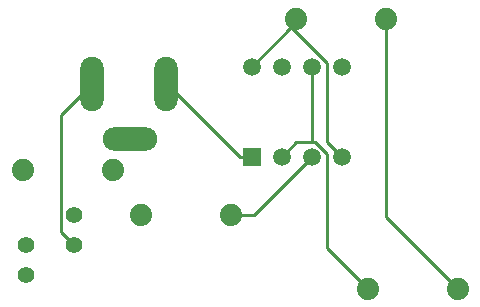
<source format=gbl>
G04 Layer: BottomLayer*
G04 EasyEDA v6.5.44, 2024-07-21 16:24:13*
G04 9c1bdb26fcb24e138229f6b6421db46a,10*
G04 Gerber Generator version 0.2*
G04 Scale: 100 percent, Rotated: No, Reflected: No *
G04 Dimensions in millimeters *
G04 leading zeros omitted , absolute positions ,4 integer and 5 decimal *
%FSLAX45Y45*%
%MOMM*%

%ADD10C,0.2540*%
%ADD11O,1.9999959999999999X4.5999908*%
%ADD12O,4.5999908X1.9999959999999999*%
%ADD13C,1.4000*%
%ADD14C,1.8796*%
%ADD15R,1.5000X1.5000*%
%ADD16C,1.5000*%

%LPD*%
D10*
X3416302Y4737100D02*
G01*
X2921002Y4241800D01*
X2730502Y4241800D01*
X4648202Y3619500D02*
G01*
X4038602Y4229100D01*
X4038602Y5905500D01*
X3670302Y4737100D02*
G01*
X3543302Y4864100D01*
X3543302Y5531637D01*
X3242083Y5832881D01*
X2908302Y5499100D02*
G01*
X3242083Y5832881D01*
X3242083Y5832881D02*
G01*
X3276602Y5867400D01*
X3276602Y5905500D01*
X1397002Y3987800D02*
G01*
X1289941Y4094861D01*
X1289941Y5086146D01*
X1556920Y5353126D01*
X2805330Y4737100D02*
G01*
X2189330Y5353100D01*
X2176884Y5353100D01*
X2908302Y4737100D02*
G01*
X2805330Y4737100D01*
X3416302Y5499100D02*
G01*
X3416302Y4857572D01*
X3162302Y4737100D02*
G01*
X3282774Y4857572D01*
X3416302Y4857572D01*
X3416302Y4857572D02*
G01*
X3444572Y4857572D01*
X3543302Y4758842D01*
X3543302Y3962400D01*
X3886202Y3619500D01*
D11*
G01*
X2176881Y5353088D03*
G01*
X1556918Y5353113D03*
D12*
G01*
X1876907Y4883086D03*
D13*
G01*
X990600Y3987800D03*
G01*
X990600Y3733800D03*
G01*
X1397000Y4241800D03*
G01*
X1397000Y3987800D03*
D14*
G01*
X3276600Y5905500D03*
G01*
X4038600Y5905500D03*
G01*
X1968500Y4241800D03*
G01*
X2730500Y4241800D03*
G01*
X3886200Y3619500D03*
G01*
X4648200Y3619500D03*
G01*
X1727200Y4622800D03*
G01*
X965200Y4622800D03*
D15*
G01*
X2908300Y4737100D03*
D16*
G01*
X3162300Y4737100D03*
G01*
X3416300Y4737100D03*
G01*
X3670300Y4737100D03*
G01*
X2908300Y5499100D03*
G01*
X3162300Y5499100D03*
G01*
X3416300Y5499100D03*
G01*
X3670300Y5499100D03*
M02*

</source>
